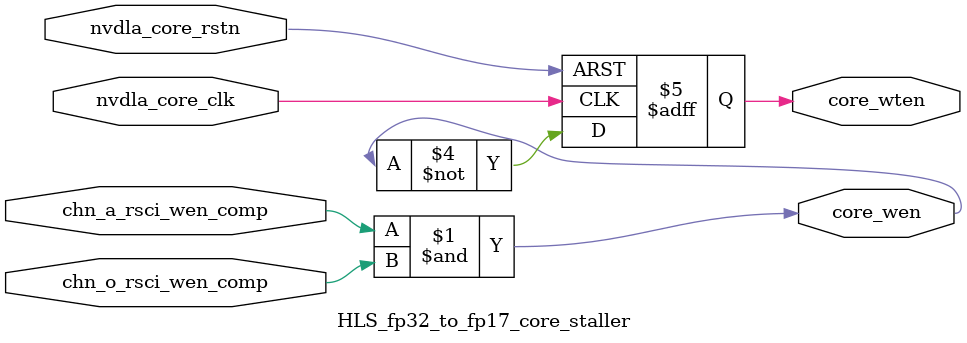
<source format=v>
module HLS_fp32_to_fp17_core_staller (
  nvdla_core_clk, nvdla_core_rstn, core_wen, chn_a_rsci_wen_comp, core_wten, chn_o_rsci_wen_comp
);
  input nvdla_core_clk;
  input nvdla_core_rstn;
  output core_wen;
  input chn_a_rsci_wen_comp;
  output core_wten;
  reg core_wten;
  input chn_o_rsci_wen_comp;
  assign core_wen = chn_a_rsci_wen_comp & chn_o_rsci_wen_comp;
  always @(posedge nvdla_core_clk or negedge nvdla_core_rstn) begin
    if ( ~ nvdla_core_rstn ) begin
      core_wten <= 1'b0;
    end
    else begin
      core_wten <= ~ core_wen;
    end
  end
endmodule
</source>
